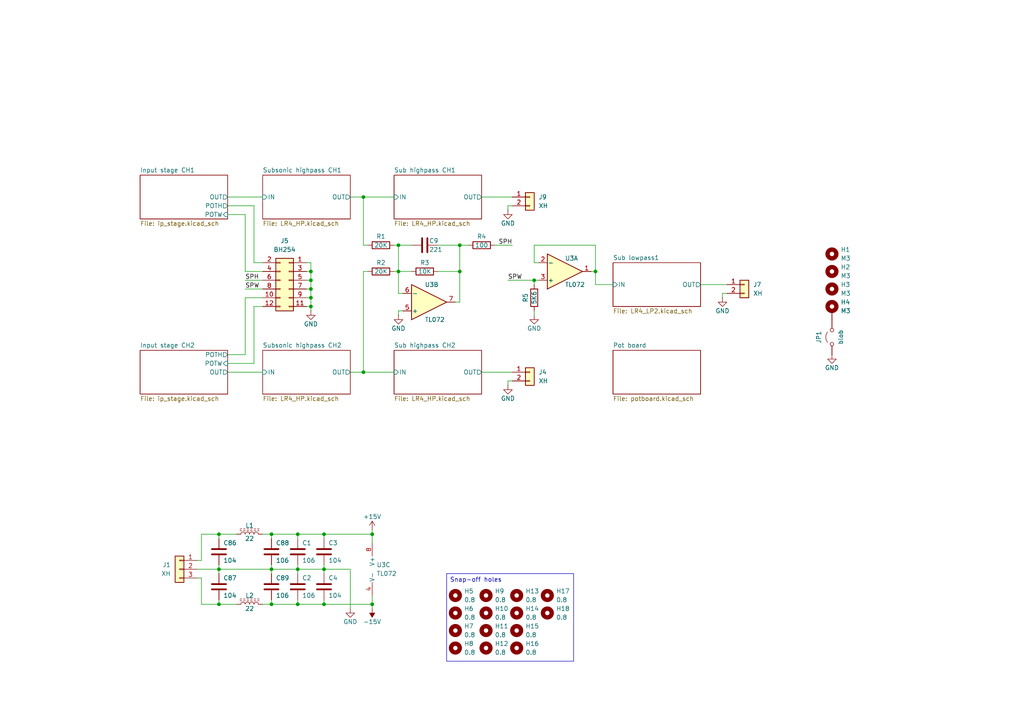
<source format=kicad_sch>
(kicad_sch (version 20231120) (generator "eeschema") (generator_version "8.0")
  (paper "A4")
  (title_block (title "Electronic crossover for 2.1 audio systems") (company "Haos Redro") (comment 1 "Released under CERN OHL 2.0-S") (comment 2 "Copyright Taiyo Rawle 2025") (comment 3 "Haos Redro PN: 0000.011D"))
  (lib_symbols
    (symbol "Amplifier_Operational:TL072" (pin_names (offset 0.127))
      (property "Reference" "U" (at 0 5.08 0))
      (property "Value" "TL072" (at 0 -5.08 0))
      (symbol "TL072_1_1"
        (polyline (pts (xy -5.08 5.08) (xy 5.08 0) (xy -5.08 -5.08) (xy -5.08 5.08)) (stroke (width 0.254)) (fill (type background)))
        (pin output line (at 7.62 0 180) (length 2.54) (name "~") (number "1"))
        (pin input line (at -7.62 -2.54 0) (length 2.54) (name "-") (number "2"))
        (pin input line (at -7.62 2.54 0) (length 2.54) (name "+") (number "3"))
      )
      (symbol "TL072_2_1"
        (polyline (pts (xy -5.08 5.08) (xy 5.08 0) (xy -5.08 -5.08) (xy -5.08 5.08)) (stroke (width 0.254)) (fill (type background)))
        (pin input line (at -7.62 2.54 0) (length 2.54) (name "+") (number "5"))
        (pin input line (at -7.62 -2.54 0) (length 2.54) (name "-") (number "6"))
        (pin output line (at 7.62 0 180) (length 2.54) (name "~") (number "7"))
      )
      (symbol "TL072_3_1"
        (pin power_in line (at -2.54 -7.62 90) (length 3.81) (name "V-") (number "4"))
        (pin power_in line (at -2.54 7.62 270) (length 3.81) (name "V+") (number "8"))
      )
    )
    (symbol "Connector_Generic:Conn_01x02" (pin_names (offset 1.016) hide)
      (property "Reference" "J" (at 0 2.54 0))
      (property "Value" "Conn_01x02" (at 0 -5.08 0))
      (symbol "Conn_01x02_1_1"
        (rectangle (start -1.27 -2.413) (end 0 -2.667) (stroke (width 0.1524)))
        (rectangle (start -1.27 0.127) (end 0 -0.127) (stroke (width 0.1524)))
        (rectangle (start -1.27 1.27) (end 1.27 -3.81) (stroke (width 0.254)) (fill (type background)))
        (pin passive line (at -5.08 0 0) (length 3.81) (name "Pin_1") (number "1"))
        (pin passive line (at -5.08 -2.54 0) (length 3.81) (name "Pin_2") (number "2"))
      )
    )
    (symbol "Connector_Generic:Conn_01x03" (pin_names (offset 1.016) hide)
      (property "Reference" "J" (at 0 5.08 0))
      (property "Value" "Conn_01x03" (at 0 -5.08 0))
      (symbol "Conn_01x03_1_1"
        (rectangle (start -1.27 -2.413) (end 0 -2.667) (stroke (width 0.1524)))
        (rectangle (start -1.27 0.127) (end 0 -0.127) (stroke (width 0.1524)))
        (rectangle (start -1.27 2.667) (end 0 2.413) (stroke (width 0.1524)))
        (rectangle (start -1.27 3.81) (end 1.27 -3.81) (stroke (width 0.254)) (fill (type background)))
        (pin passive line (at -5.08 2.54 0) (length 3.81) (name "Pin_1") (number "1"))
        (pin passive line (at -5.08 0 0) (length 3.81) (name "Pin_2") (number "2"))
        (pin passive line (at -5.08 -2.54 0) (length 3.81) (name "Pin_3") (number "3"))
      )
    )
    (symbol "Connector_Generic:Conn_02x06_Odd_Even" (pin_names (offset 1.016) hide)
      (property "Reference" "J" (at 1.27 7.62 0))
      (property "Value" "Conn_02x06_Odd_Even" (at 1.27 -10.16 0))
      (symbol "Conn_02x06_Odd_Even_1_1"
        (rectangle (start -1.27 -7.493) (end 0 -7.747) (stroke (width 0.1524)))
        (rectangle (start -1.27 -4.953) (end 0 -5.207) (stroke (width 0.1524)))
        (rectangle (start -1.27 -2.413) (end 0 -2.667) (stroke (width 0.1524)))
        (rectangle (start -1.27 0.127) (end 0 -0.127) (stroke (width 0.1524)))
        (rectangle (start -1.27 2.667) (end 0 2.413) (stroke (width 0.1524)))
        (rectangle (start -1.27 5.207) (end 0 4.953) (stroke (width 0.1524)))
        (rectangle (start -1.27 6.35) (end 3.81 -8.89) (stroke (width 0.254)) (fill (type background)))
        (rectangle (start 3.81 -7.493) (end 2.54 -7.747) (stroke (width 0.1524)))
        (rectangle (start 3.81 -4.953) (end 2.54 -5.207) (stroke (width 0.1524)))
        (rectangle (start 3.81 -2.413) (end 2.54 -2.667) (stroke (width 0.1524)))
        (rectangle (start 3.81 0.127) (end 2.54 -0.127) (stroke (width 0.1524)))
        (rectangle (start 3.81 2.667) (end 2.54 2.413) (stroke (width 0.1524)))
        (rectangle (start 3.81 5.207) (end 2.54 4.953) (stroke (width 0.1524)))
        (pin passive line (at -5.08 5.08 0) (length 3.81) (name "Pin_1") (number "1"))
        (pin passive line (at 7.62 -5.08 180) (length 3.81) (name "Pin_10") (number "10"))
        (pin passive line (at -5.08 -7.62 0) (length 3.81) (name "Pin_11") (number "11"))
        (pin passive line (at 7.62 -7.62 180) (length 3.81) (name "Pin_12") (number "12"))
        (pin passive line (at 7.62 5.08 180) (length 3.81) (name "Pin_2") (number "2"))
        (pin passive line (at -5.08 2.54 0) (length 3.81) (name "Pin_3") (number "3"))
        (pin passive line (at 7.62 2.54 180) (length 3.81) (name "Pin_4") (number "4"))
        (pin passive line (at -5.08 0 0) (length 3.81) (name "Pin_5") (number "5"))
        (pin passive line (at 7.62 0 180) (length 3.81) (name "Pin_6") (number "6"))
        (pin passive line (at -5.08 -2.54 0) (length 3.81) (name "Pin_7") (number "7"))
        (pin passive line (at 7.62 -2.54 180) (length 3.81) (name "Pin_8") (number "8"))
        (pin passive line (at -5.08 -5.08 0) (length 3.81) (name "Pin_9") (number "9"))
      )
    )
    (symbol "Device:C" (pin_numbers hide) (pin_names (offset 0.254))
      (property "Reference" "C" (at 0.635 2.54 0))
      (property "Value" "C" (at 0.635 -2.54 0))
      (symbol "C_0_1"
        (polyline (pts (xy -2.032 -0.762) (xy 2.032 -0.762)) (stroke (width 0.508)))
        (polyline (pts (xy -2.032 0.762) (xy 2.032 0.762)) (stroke (width 0.508)))
      )
      (symbol "C_1_1"
        (pin passive line (at 0 3.81 270) (length 2.794) (name "~") (number "1"))
        (pin passive line (at 0 -3.81 90) (length 2.794) (name "~") (number "2"))
      )
    )
    (symbol "Device:L_Ferrite" (pin_numbers hide) (pin_names (offset 1.016) hide)
      (property "Reference" "L" (at -1.27 0 90))
      (property "Value" "L_Ferrite" (at 2.794 0 90))
      (symbol "L_Ferrite_0_1"
        (arc (start 0 -2.54) (mid 0.6323 -1.905) (end 0 -1.27))
        (arc (start 0 -1.27) (mid 0.6323 -0.635) (end 0 0))
        (polyline (pts (xy 1.016 -2.794) (xy 1.016 -2.286)))
        (polyline (pts (xy 1.016 -1.778) (xy 1.016 -1.27)))
        (polyline (pts (xy 1.016 -0.762) (xy 1.016 -0.254)))
        (polyline (pts (xy 1.016 0.254) (xy 1.016 0.762)))
        (polyline (pts (xy 1.016 1.27) (xy 1.016 1.778)))
        (polyline (pts (xy 1.016 2.286) (xy 1.016 2.794)))
        (polyline (pts (xy 1.524 -2.286) (xy 1.524 -2.794)))
        (polyline (pts (xy 1.524 -1.27) (xy 1.524 -1.778)))
        (polyline (pts (xy 1.524 -0.254) (xy 1.524 -0.762)))
        (polyline (pts (xy 1.524 0.762) (xy 1.524 0.254)))
        (polyline (pts (xy 1.524 1.778) (xy 1.524 1.27)))
        (polyline (pts (xy 1.524 2.794) (xy 1.524 2.286)))
        (arc (start 0 0) (mid 0.6323 0.635) (end 0 1.27))
        (arc (start 0 1.27) (mid 0.6323 1.905) (end 0 2.54))
      )
      (symbol "L_Ferrite_1_1"
        (pin passive line (at 0 3.81 270) (length 1.27) (name "1") (number "1"))
        (pin passive line (at 0 -3.81 90) (length 1.27) (name "2") (number "2"))
      )
    )
    (symbol "Device:R" (pin_numbers hide) (pin_names (offset 0))
      (property "Reference" "R" (at 2.032 0 90))
      (property "Value" "R" (at 0 0 90))
      (symbol "R_0_1"
        (rectangle (start -1.016 -2.54) (end 1.016 2.54) (stroke (width 0.254)))
      )
      (symbol "R_1_1"
        (pin passive line (at 0 3.81 270) (length 1.27) (name "~") (number "1"))
        (pin passive line (at 0 -3.81 90) (length 1.27) (name "~") (number "2"))
      )
    )
    (symbol "Jumper:Jumper_2_Open" (pin_numbers hide) (pin_names (offset 0) hide) (exclude_from_sim yes)
      (property "Reference" "JP" (at 0 2.794 0))
      (property "Value" "Jumper_2_Open" (at 0 -2.286 0))
      (symbol "Jumper_2_Open_0_0"
        (circle (center -2.032 0) (radius 0.508))
        (circle (center 2.032 0) (radius 0.508))
      )
      (symbol "Jumper_2_Open_0_1"
        (arc (start 1.524 1.27) (mid 0 1.778) (end -1.524 1.27))
      )
      (symbol "Jumper_2_Open_1_1"
        (pin passive line (at -5.08 0 0) (length 2.54) (name "A") (number "1"))
        (pin passive line (at 5.08 0 180) (length 2.54) (name "B") (number "2"))
      )
    )
    (symbol "Mechanical:MountingHole" (pin_names (offset 1.016)) (exclude_from_sim yes) (in_bom no)
      (property "Reference" "H" (at 0 5.08 0))
      (property "Value" "MountingHole" (at 0 3.175 0))
      (symbol "MountingHole_0_1"
        (circle (center 0 0) (radius 1.27) (stroke (width 1.27)))
      )
    )
    (symbol "Mechanical:MountingHole_Pad" (pin_numbers hide) (pin_names (offset 1.016) hide) (exclude_from_sim yes) (in_bom no)
      (property "Reference" "H" (at 0 6.35 0))
      (property "Value" "MountingHole_Pad" (at 0 4.445 0))
      (symbol "MountingHole_Pad_0_1"
        (circle (center 0 1.27) (radius 1.27) (stroke (width 1.27)))
      )
      (symbol "MountingHole_Pad_1_1"
        (pin input line (at 0 -2.54 90) (length 2.54) (name "1") (number "1"))
      )
    )
    (symbol "power:+15V" (power) (pin_numbers hide) (pin_names (offset 0) hide)
      (property "Value" "+15V" (at 0 3.556 0))
      (symbol "+15V_0_1"
        (polyline (pts (xy -0.762 1.27) (xy 0 2.54)))
        (polyline (pts (xy 0 0) (xy 0 2.54)))
        (polyline (pts (xy 0 2.54) (xy 0.762 1.27)))
      )
      (symbol "+15V_1_1"
        (pin power_in line (at 0 0 90) (length 0) (name "~") (number "1"))
      )
    )
    (symbol "power:-15V" (power) (pin_numbers hide) (pin_names (offset 0) hide)
      (property "Value" "-15V" (at 0 3.556 0))
      (symbol "-15V_0_0"
        (pin power_in line (at 0 0 90) (length 0) (name "~") (number "1"))
      )
      (symbol "-15V_0_1"
        (polyline (pts (xy 0 0) (xy 0 1.27) (xy 0.762 1.27) (xy 0 2.54) (xy -0.762 1.27) (xy 0 1.27)) (fill (type outline)))
      )
    )
    (symbol "power:GND" (power) (pin_numbers hide) (pin_names (offset 0) hide)
      (property "Value" "GND" (at 0 -3.81 0))
      (symbol "GND_0_1"
        (polyline (pts (xy 0 0) (xy 0 -1.27) (xy 1.27 -1.27) (xy 0 -2.54) (xy -1.27 -1.27) (xy 0 -1.27)))
      )
      (symbol "GND_1_1"
        (pin power_in line (at 0 0 270) (length 0) (name "~") (number "1"))
      )
    )
  )
  (junction (at 90.17 83.82))
  (junction (at 105.41 57.15))
  (junction (at 90.17 78.74))
  (junction (at 63.5 165.1))
  (junction (at 78.74 154.94))
  (junction (at 78.74 165.1))
  (junction (at 154.94 81.28))
  (junction (at 133.35 71.12))
  (junction (at 90.17 86.36))
  (junction (at 86.36 175.26))
  (junction (at 63.5 175.26))
  (junction (at 90.17 88.9))
  (junction (at 93.98 165.1))
  (junction (at 93.98 154.94))
  (junction (at 93.98 175.26))
  (junction (at 63.5 154.94))
  (junction (at 78.74 175.26))
  (junction (at 133.35 78.74))
  (junction (at 172.72 78.74))
  (junction (at 86.36 165.1))
  (junction (at 107.95 154.94))
  (junction (at 86.36 154.94))
  (junction (at 105.41 107.95))
  (junction (at 115.57 71.12))
  (junction (at 90.17 81.28))
  (junction (at 107.95 175.26))
  (junction (at 115.57 78.74))
  (wire (pts (xy 78.74 175.26) (xy 86.36 175.26)))
  (wire (pts (xy 106.68 78.74) (xy 105.41 78.74)))
  (wire (pts (xy 156.21 76.2) (xy 154.94 76.2)))
  (wire (pts (xy 105.41 78.74) (xy 105.41 107.95)))
  (wire (pts (xy 115.57 90.17) (xy 115.57 91.44)))
  (wire (pts (xy 147.32 110.49) (xy 147.32 111.76)))
  (wire (pts (xy 172.72 71.12) (xy 172.72 78.74)))
  (wire (pts (xy 88.9 83.82) (xy 90.17 83.82)))
  (wire (pts (xy 88.9 86.36) (xy 90.17 86.36)))
  (wire (pts (xy 133.35 71.12) (xy 135.89 71.12)))
  (wire (pts (xy 107.95 153.67) (xy 107.95 154.94)))
  (wire (pts (xy 139.7 107.95) (xy 148.59 107.95)))
  (wire (pts (xy 57.15 167.64) (xy 58.42 167.64)))
  (wire (pts (xy 101.6 107.95) (xy 105.41 107.95)))
  (wire (pts (xy 71.12 102.87) (xy 71.12 86.36)))
  (wire (pts (xy 133.35 78.74) (xy 133.35 71.12)))
  (wire (pts (xy 101.6 57.15) (xy 105.41 57.15)))
  (wire (pts (xy 78.74 154.94) (xy 86.36 154.94)))
  (wire (pts (xy 209.55 85.09) (xy 209.55 86.36)))
  (wire (pts (xy 57.15 162.56) (xy 58.42 162.56)))
  (wire (pts (xy 86.36 175.26) (xy 86.36 173.99)))
  (wire (pts (xy 106.68 71.12) (xy 105.41 71.12)))
  (wire (pts (xy 93.98 173.99) (xy 93.98 175.26)))
  (wire (pts (xy 115.57 78.74) (xy 119.38 78.74)))
  (wire (pts (xy 63.5 165.1) (xy 63.5 166.37)))
  (wire (pts (xy 116.84 90.17) (xy 115.57 90.17)))
  (wire (pts (xy 154.94 76.2) (xy 154.94 71.12)))
  (wire (pts (xy 78.74 154.94) (xy 78.74 156.21)))
  (wire (pts (xy 71.12 81.28) (xy 76.2 81.28)))
  (wire (pts (xy 66.04 105.41) (xy 73.66 105.41)))
  (wire (pts (xy 63.5 154.94) (xy 63.5 156.21)))
  (wire (pts (xy 93.98 165.1) (xy 101.6 165.1)))
  (wire (pts (xy 133.35 71.12) (xy 127 71.12)))
  (wire (pts (xy 177.8 82.55) (xy 172.72 82.55)))
  (wire (pts (xy 154.94 90.17) (xy 154.94 91.44)))
  (wire (pts (xy 66.04 102.87) (xy 71.12 102.87)))
  (wire (pts (xy 114.3 71.12) (xy 115.57 71.12)))
  (wire (pts (xy 78.74 173.99) (xy 78.74 175.26)))
  (wire (pts (xy 115.57 85.09) (xy 116.84 85.09)))
  (wire (pts (xy 90.17 88.9) (xy 90.17 90.17)))
  (wire (pts (xy 172.72 82.55) (xy 172.72 78.74)))
  (wire (pts (xy 63.5 173.99) (xy 63.5 175.26)))
  (wire (pts (xy 93.98 154.94) (xy 93.98 156.21)))
  (wire (pts (xy 71.12 83.82) (xy 76.2 83.82)))
  (wire (pts (xy 133.35 87.63) (xy 133.35 78.74)))
  (wire (pts (xy 58.42 154.94) (xy 63.5 154.94)))
  (wire (pts (xy 78.74 165.1) (xy 78.74 166.37)))
  (wire (pts (xy 66.04 57.15) (xy 76.2 57.15)))
  (wire (pts (xy 88.9 76.2) (xy 90.17 76.2)))
  (wire (pts (xy 148.59 71.12) (xy 143.51 71.12)))
  (wire (pts (xy 73.66 76.2) (xy 76.2 76.2)))
  (wire (pts (xy 66.04 107.95) (xy 76.2 107.95)))
  (wire (pts (xy 78.74 163.83) (xy 78.74 165.1)))
  (wire (pts (xy 88.9 78.74) (xy 90.17 78.74)))
  (wire (pts (xy 210.82 85.09) (xy 209.55 85.09)))
  (wire (pts (xy 115.57 78.74) (xy 115.57 85.09)))
  (wire (pts (xy 107.95 175.26) (xy 107.95 176.53)))
  (wire (pts (xy 172.72 78.74) (xy 171.45 78.74)))
  (wire (pts (xy 78.74 165.1) (xy 86.36 165.1)))
  (wire (pts (xy 132.08 87.63) (xy 133.35 87.63)))
  (wire (pts (xy 90.17 83.82) (xy 90.17 81.28)))
  (wire (pts (xy 86.36 165.1) (xy 86.36 166.37)))
  (wire (pts (xy 90.17 88.9) (xy 90.17 86.36)))
  (wire (pts (xy 86.36 175.26) (xy 93.98 175.26)))
  (wire (pts (xy 105.41 107.95) (xy 114.3 107.95)))
  (wire (pts (xy 58.42 175.26) (xy 63.5 175.26)))
  (wire (pts (xy 139.7 57.15) (xy 148.59 57.15)))
  (wire (pts (xy 76.2 154.94) (xy 78.74 154.94)))
  (wire (pts (xy 73.66 88.9) (xy 76.2 88.9)))
  (wire (pts (xy 73.66 105.41) (xy 73.66 88.9)))
  (wire (pts (xy 147.32 81.28) (xy 154.94 81.28)))
  (wire (pts (xy 58.42 162.56) (xy 58.42 154.94)))
  (wire (pts (xy 66.04 59.69) (xy 73.66 59.69)))
  (wire (pts (xy 115.57 71.12) (xy 119.38 71.12)))
  (wire (pts (xy 154.94 81.28) (xy 154.94 82.55)))
  (wire (pts (xy 107.95 175.26) (xy 107.95 172.72)))
  (wire (pts (xy 86.36 154.94) (xy 86.36 156.21)))
  (wire (pts (xy 93.98 165.1) (xy 93.98 166.37)))
  (wire (pts (xy 154.94 71.12) (xy 172.72 71.12)))
  (wire (pts (xy 66.04 62.23) (xy 71.12 62.23)))
  (wire (pts (xy 127 78.74) (xy 133.35 78.74)))
  (wire (pts (xy 73.66 59.69) (xy 73.66 76.2)))
  (wire (pts (xy 101.6 165.1) (xy 101.6 176.53)))
  (wire (pts (xy 76.2 175.26) (xy 78.74 175.26)))
  (wire (pts (xy 114.3 78.74) (xy 115.57 78.74)))
  (wire (pts (xy 147.32 59.69) (xy 148.59 59.69)))
  (wire (pts (xy 58.42 167.64) (xy 58.42 175.26)))
  (wire (pts (xy 93.98 175.26) (xy 107.95 175.26)))
  (wire (pts (xy 63.5 154.94) (xy 68.58 154.94)))
  (wire (pts (xy 90.17 78.74) (xy 90.17 76.2)))
  (wire (pts (xy 90.17 86.36) (xy 90.17 83.82)))
  (wire (pts (xy 148.59 110.49) (xy 147.32 110.49)))
  (wire (pts (xy 63.5 165.1) (xy 78.74 165.1)))
  (wire (pts (xy 93.98 163.83) (xy 93.98 165.1)))
  (wire (pts (xy 57.15 165.1) (xy 63.5 165.1)))
  (wire (pts (xy 63.5 163.83) (xy 63.5 165.1)))
  (wire (pts (xy 105.41 57.15) (xy 114.3 57.15)))
  (wire (pts (xy 63.5 175.26) (xy 68.58 175.26)))
  (wire (pts (xy 203.2 82.55) (xy 210.82 82.55)))
  (wire (pts (xy 90.17 81.28) (xy 90.17 78.74)))
  (wire (pts (xy 88.9 88.9) (xy 90.17 88.9)))
  (wire (pts (xy 86.36 154.94) (xy 93.98 154.94)))
  (wire (pts (xy 71.12 78.74) (xy 76.2 78.74)))
  (wire (pts (xy 93.98 154.94) (xy 107.95 154.94)))
  (wire (pts (xy 154.94 81.28) (xy 156.21 81.28)))
  (wire (pts (xy 88.9 81.28) (xy 90.17 81.28)))
  (wire (pts (xy 147.32 60.96) (xy 147.32 59.69)))
  (wire (pts (xy 115.57 71.12) (xy 115.57 78.74)))
  (wire (pts (xy 86.36 165.1) (xy 86.36 163.83)))
  (wire (pts (xy 86.36 165.1) (xy 93.98 165.1)))
  (wire (pts (xy 71.12 62.23) (xy 71.12 78.74)))
  (wire (pts (xy 105.41 57.15) (xy 105.41 71.12)))
  (wire (pts (xy 71.12 86.36) (xy 76.2 86.36)))
  (wire (pts (xy 107.95 154.94) (xy 107.95 157.48)))
  (text_box "Snap-off holes" (at 129.54 166.37 0) (size 36.83 25.4) (effects (font (size 1.27 1.27)) (justify left top)))
  (label "SPH" (at 148.59 71.12 180))
  (label "SPH" (at 71.12 81.28 0))
  (label "SPW" (at 71.12 83.82 0))
  (label "SPW" (at 147.32 81.28 0))
  (symbol (lib_id "Mechanical:MountingHole") (at 132.08 177.8 0) (unit 1) (exclude_from_sim yes) (in_bom no)
    (property "Reference" "H6" (at 134.62 176.5299 0) (effects (justify left)))
    (property "Value" "0.8" (at 134.62 179.0699 0) (effects (justify left)))
    (property "Footprint" "HR_Parts:HOLE_0.8" (effects (hide yes)))
    (property "Description" "Mounting Hole without connection" (effects (hide yes)))
  )
  (symbol (lib_id "Mechanical:MountingHole") (at 158.75 177.8 0) (unit 1) (exclude_from_sim yes) (in_bom no)
    (property "Reference" "H18" (at 161.29 176.5299 0) (effects (justify left)))
    (property "Value" "0.8" (at 161.29 179.0699 0) (effects (justify left)))
    (property "Footprint" "HR_Parts:HOLE_0.8" (effects (hide yes)))
    (property "Description" "Mounting Hole without connection" (effects (hide yes)))
  )
  (symbol (lib_id "Mechanical:MountingHole") (at 149.86 182.88 0) (unit 1) (exclude_from_sim yes) (in_bom no)
    (property "Reference" "H15" (at 152.4 181.6099 0) (effects (justify left)))
    (property "Value" "0.8" (at 152.4 184.1499 0) (effects (justify left)))
    (property "Footprint" "HR_Parts:HOLE_0.8" (effects (hide yes)))
    (property "Description" "Mounting Hole without connection" (effects (hide yes)))
  )
  (symbol (lib_id "Device:L_Ferrite") (at 72.39 154.94 90) (unit 1)
    (property "Reference" "L1" (at 72.39 152.4 90))
    (property "Value" "22" (at 72.39 156.21 90))
    (property "Footprint" "Inductor_SMD:L_1210_3225Metric" (effects (hide yes)))
    (property "Description" "Inductor with ferrite core" (effects (hide yes)))
  )
  (symbol (lib_id "Jumper:Jumper_2_Open") (at 241.3 97.79 90) (unit 1) (exclude_from_sim yes)
    (property "Reference" "JP1" (at 237.49 97.79 0))
    (property "Value" "blob" (at 243.84 97.79 0))
    (property "Footprint" "Jumper:SolderJumper-2_P1.3mm_Open_RoundedPad1.0x1.5mm" (effects (hide yes)))
    (property "Description" "Jumper, 2-pole, open" (effects (hide yes)))
  )
  (symbol (lib_id "Mechanical:MountingHole") (at 149.86 172.72 0) (unit 1) (exclude_from_sim yes) (in_bom no)
    (property "Reference" "H13" (at 152.4 171.4499 0) (effects (justify left)))
    (property "Value" "0.8" (at 152.4 173.9899 0) (effects (justify left)))
    (property "Footprint" "HR_Parts:HOLE_0.8" (effects (hide yes)))
    (property "Description" "Mounting Hole without connection" (effects (hide yes)))
  )
  (symbol (lib_id "Device:C") (at 123.19 71.12 90) (unit 1)
    (property "Reference" "C9" (at 124.46 69.85 90) (effects (justify right)))
    (property "Value" "221" (at 124.46 72.39 90) (effects (justify right)))
    (property "Footprint" "Capacitor_SMD:C_0805_2012Metric" (effects (hide yes)))
    (property "Description" "Unpolarized capacitor" (effects (hide yes)))
  )
  (symbol (lib_id "Mechanical:MountingHole") (at 149.86 187.96 0) (unit 1) (exclude_from_sim yes) (in_bom no)
    (property "Reference" "H16" (at 152.4 186.6899 0) (effects (justify left)))
    (property "Value" "0.8" (at 152.4 189.2299 0) (effects (justify left)))
    (property "Footprint" "HR_Parts:HOLE_0.8" (effects (hide yes)))
    (property "Description" "Mounting Hole without connection" (effects (hide yes)))
  )
  (symbol (lib_id "Connector_Generic:Conn_01x03") (at 52.07 165.1 0) (mirror y) (unit 1)
    (property "Reference" "J1" (at 49.53 163.8299 0) (effects (justify left)))
    (property "Value" "XH" (at 49.53 166.3699 0) (effects (justify left)))
    (property "Footprint" "Connector_JST:JST_XH_B3B-XH-AM_1x03_P2.50mm_Vertical" (effects (hide yes)))
    (property "Description" "Generic connector, single row, 01x03, script generated (kicad-library-utils/schlib/autogen/connector/)" (effects (hide yes)))
  )
  (symbol (lib_id "Device:C") (at 78.74 160.02 0) (unit 1)
    (property "Reference" "C88" (at 80.01 157.48 0) (effects (justify left)))
    (property "Value" "106" (at 80.01 162.56 0) (effects (justify left)))
    (property "Footprint" "Capacitor_SMD:C_1210_3225Metric" (effects (hide yes)))
    (property "Description" "Unpolarized capacitor" (effects (hide yes)))
  )
  (symbol (lib_id "Device:L_Ferrite") (at 72.39 175.26 90) (unit 1)
    (property "Reference" "L2" (at 72.39 172.72 90))
    (property "Value" "22" (at 72.39 176.53 90))
    (property "Footprint" "Inductor_SMD:L_1210_3225Metric" (effects (hide yes)))
    (property "Description" "Inductor with ferrite core" (effects (hide yes)))
  )
  (symbol (lib_id "Mechanical:MountingHole") (at 241.3 83.82 0) (unit 1) (exclude_from_sim yes) (in_bom no)
    (property "Reference" "H3" (at 243.84 82.5499 0) (effects (justify left)))
    (property "Value" "M3" (at 243.84 85.0899 0) (effects (justify left)))
    (property "Footprint" "MountingHole:MountingHole_3.2mm_M3" (effects (hide yes)))
    (property "Description" "Mounting Hole without connection" (effects (hide yes)))
  )
  (symbol (lib_id "Device:C") (at 86.36 170.18 0) (unit 1)
    (property "Reference" "C2" (at 87.63 167.64 0) (effects (justify left)))
    (property "Value" "106" (at 87.63 172.72 0) (effects (justify left)))
    (property "Footprint" "Capacitor_SMD:C_1210_3225Metric" (effects (hide yes)))
    (property "Description" "Unpolarized capacitor" (effects (hide yes)))
  )
  (symbol (lib_id "power:GND") (at 209.55 86.36 0) (unit 1)
    (property "Reference" "#PWR013" (effects (hide yes)))
    (property "Value" "GND" (at 209.55 90.17 0))
    (property "Description" "Power symbol creates a global label with name \"GND\" , ground" (effects (hide yes)))
  )
  (symbol (lib_id "power:GND") (at 115.57 91.44 0) (unit 1)
    (property "Reference" "#PWR01" (effects (hide yes)))
    (property "Value" "GND" (at 115.57 95.25 0))
    (property "Description" "Power symbol creates a global label with name \"GND\" , ground" (effects (hide yes)))
  )
  (symbol (lib_id "Device:C") (at 93.98 170.18 0) (unit 1)
    (property "Reference" "C4" (at 95.25 167.64 0) (effects (justify left)))
    (property "Value" "104" (at 95.25 172.72 0) (effects (justify left)))
    (property "Footprint" "Capacitor_SMD:C_0805_2012Metric" (effects (hide yes)))
    (property "Description" "Unpolarized capacitor" (effects (hide yes)))
  )
  (symbol (lib_id "Device:C") (at 78.74 170.18 0) (unit 1)
    (property "Reference" "C89" (at 80.01 167.64 0) (effects (justify left)))
    (property "Value" "106" (at 80.01 172.72 0) (effects (justify left)))
    (property "Footprint" "Capacitor_SMD:C_1210_3225Metric" (effects (hide yes)))
    (property "Description" "Unpolarized capacitor" (effects (hide yes)))
  )
  (symbol (lib_id "Device:C") (at 93.98 160.02 0) (unit 1)
    (property "Reference" "C3" (at 95.25 157.48 0) (effects (justify left)))
    (property "Value" "104" (at 95.25 162.56 0) (effects (justify left)))
    (property "Footprint" "Capacitor_SMD:C_0805_2012Metric" (effects (hide yes)))
    (property "Description" "Unpolarized capacitor" (effects (hide yes)))
  )
  (symbol (lib_id "Mechanical:MountingHole") (at 149.86 177.8 0) (unit 1) (exclude_from_sim yes) (in_bom no)
    (property "Reference" "H14" (at 152.4 176.5299 0) (effects (justify left)))
    (property "Value" "0.8" (at 152.4 179.0699 0) (effects (justify left)))
    (property "Footprint" "HR_Parts:HOLE_0.8" (effects (hide yes)))
    (property "Description" "Mounting Hole without connection" (effects (hide yes)))
  )
  (symbol (lib_id "power:+15V") (at 107.95 153.67 0) (unit 1)
    (property "Reference" "#PWR03" (effects (hide yes)))
    (property "Value" "+15V" (at 107.95 149.86 0))
    (property "Description" "Power symbol creates a global label with name \"+15V\"" (effects (hide yes)))
  )
  (symbol (lib_id "Mechanical:MountingHole") (at 132.08 182.88 0) (unit 1) (exclude_from_sim yes) (in_bom no)
    (property "Reference" "H7" (at 134.62 181.6099 0) (effects (justify left)))
    (property "Value" "0.8" (at 134.62 184.1499 0) (effects (justify left)))
    (property "Footprint" "HR_Parts:HOLE_0.8" (effects (hide yes)))
    (property "Description" "Mounting Hole without connection" (effects (hide yes)))
  )
  (symbol (lib_id "Device:R") (at 123.19 78.74 90) (unit 1)
    (property "Reference" "R3" (at 123.19 76.2 90))
    (property "Value" "10K" (at 123.19 78.74 90))
    (property "Footprint" "Resistor_SMD:R_0805_2012Metric" (effects (hide yes)))
    (property "Description" "Resistor" (effects (hide yes)))
  )
  (symbol (lib_id "Connector_Generic:Conn_01x02") (at 153.67 57.15 0) (unit 1)
    (property "Reference" "J9" (at 156.21 57.1499 0) (effects (justify left)))
    (property "Value" "XH" (at 156.21 59.6899 0) (effects (justify left)))
    (property "Footprint" "Connector_JST:JST_XH_B2B-XH-AM_1x02_P2.50mm_Vertical" (effects (hide yes)))
    (property "Description" "Generic connector, single row, 01x02, script generated (kicad-library-utils/schlib/autogen/connector/)" (effects (hide yes)))
  )
  (symbol (lib_id "Amplifier_Operational:TL072") (at 110.49 165.1 0) (unit 3)
    (property "Reference" "U3" (at 109.22 163.8299 0) (effects (justify left)))
    (property "Value" "TL072" (at 109.22 166.3699 0) (effects (justify left)))
    (property "Footprint" "Package_SO:SOIC-8_3.9x4.9mm_P1.27mm" (effects (hide yes)))
    (property "Datasheet" "http://www.ti.com/lit/ds/symlink/tl071.pdf" (effects (hide yes)))
    (property "Description" "Dual Low-Noise JFET-Input Operational Amplifiers, DIP-8/SOIC-8" (effects (hide yes)))
  )
  (symbol (lib_id "Mechanical:MountingHole") (at 241.3 73.66 0) (unit 1) (exclude_from_sim yes) (in_bom no)
    (property "Reference" "H1" (at 243.84 72.3899 0) (effects (justify left)))
    (property "Value" "M3" (at 243.84 74.9299 0) (effects (justify left)))
    (property "Footprint" "MountingHole:MountingHole_3.2mm_M3" (effects (hide yes)))
    (property "Description" "Mounting Hole without connection" (effects (hide yes)))
  )
  (symbol (lib_id "Amplifier_Operational:TL072") (at 163.83 78.74 0) (mirror x) (unit 1)
    (property "Reference" "U3" (at 163.83 74.93 0) (effects (justify left)))
    (property "Value" "TL072" (at 163.83 82.55 0) (effects (justify left)))
    (property "Footprint" "Package_SO:SOIC-8_3.9x4.9mm_P1.27mm" (effects (hide yes)))
    (property "Datasheet" "http://www.ti.com/lit/ds/symlink/tl071.pdf" (effects (hide yes)))
    (property "Description" "Dual Low-Noise JFET-Input Operational Amplifiers, DIP-8/SOIC-8" (effects (hide yes)))
  )
  (symbol (lib_id "Device:C") (at 63.5 170.18 0) (unit 1)
    (property "Reference" "C87" (at 64.77 167.64 0) (effects (justify left)))
    (property "Value" "104" (at 64.77 172.72 0) (effects (justify left)))
    (property "Footprint" "Capacitor_SMD:C_0805_2012Metric" (effects (hide yes)))
    (property "Description" "Unpolarized capacitor" (effects (hide yes)))
  )
  (symbol (lib_id "power:GND") (at 101.6 176.53 0) (unit 1)
    (property "Reference" "#PWR02" (effects (hide yes)))
    (property "Value" "GND" (at 101.6 180.34 0))
    (property "Description" "Power symbol creates a global label with name \"GND\" , ground" (effects (hide yes)))
  )
  (symbol (lib_id "Mechanical:MountingHole") (at 158.75 172.72 0) (unit 1) (exclude_from_sim yes) (in_bom no)
    (property "Reference" "H17" (at 161.29 171.4499 0) (effects (justify left)))
    (property "Value" "0.8" (at 161.29 173.9899 0) (effects (justify left)))
    (property "Footprint" "HR_Parts:HOLE_0.8" (effects (hide yes)))
    (property "Description" "Mounting Hole without connection" (effects (hide yes)))
  )
  (symbol (lib_id "Device:R") (at 110.49 71.12 90) (unit 1)
    (property "Reference" "R1" (at 110.49 68.58 90))
    (property "Value" "20K" (at 110.49 71.12 90))
    (property "Footprint" "Resistor_SMD:R_0805_2012Metric" (effects (hide yes)))
    (property "Description" "Resistor" (effects (hide yes)))
  )
  (symbol (lib_id "power:GND") (at 241.3 102.87 0) (unit 1)
    (property "Reference" "#PWR016" (effects (hide yes)))
    (property "Value" "GND" (at 241.3 106.68 0))
    (property "Description" "Power symbol creates a global label with name \"GND\" , ground" (effects (hide yes)))
  )
  (symbol (lib_id "Device:R") (at 139.7 71.12 90) (unit 1)
    (property "Reference" "R4" (at 139.7 68.58 90))
    (property "Value" "100" (at 139.7 71.12 90))
    (property "Footprint" "Resistor_SMD:R_0805_2012Metric" (effects (hide yes)))
    (property "Description" "Resistor" (effects (hide yes)))
  )
  (symbol (lib_id "power:GND") (at 90.17 90.17 0) (unit 1)
    (property "Reference" "#PWR10" (effects (hide yes)))
    (property "Value" "GND" (at 90.17 93.98 0))
    (property "Description" "Power symbol creates a global label with name \"GND\" , ground" (effects (hide yes)))
  )
  (symbol (lib_id "Mechanical:MountingHole") (at 132.08 187.96 0) (unit 1) (exclude_from_sim yes) (in_bom no)
    (property "Reference" "H8" (at 134.62 186.6899 0) (effects (justify left)))
    (property "Value" "0.8" (at 134.62 189.2299 0) (effects (justify left)))
    (property "Footprint" "HR_Parts:HOLE_0.8" (effects (hide yes)))
    (property "Description" "Mounting Hole without connection" (effects (hide yes)))
  )
  (symbol (lib_id "power:-15V") (at 107.95 176.53 0) (mirror x) (unit 1)
    (property "Reference" "#PWR04" (effects (hide yes)))
    (property "Value" "-15V" (at 107.95 180.34 0))
    (property "Description" "Power symbol creates a global label with name \"-15V\"" (effects (hide yes)))
  )
  (symbol (lib_id "Mechanical:MountingHole_Pad") (at 241.3 90.17 0) (unit 1) (exclude_from_sim yes) (in_bom no)
    (property "Reference" "H4" (at 243.84 87.6299 0) (effects (justify left)))
    (property "Value" "M3" (at 243.84 90.1699 0) (effects (justify left)))
    (property "Footprint" "MountingHole:MountingHole_3.2mm_M3_Pad" (effects (hide yes)))
    (property "Description" "Mounting Hole with connection" (effects (hide yes)))
  )
  (symbol (lib_id "power:GND") (at 147.32 111.76 0) (unit 1)
    (property "Reference" "#PWR08" (effects (hide yes)))
    (property "Value" "GND" (at 147.32 115.57 0))
    (property "Description" "Power symbol creates a global label with name \"GND\" , ground" (effects (hide yes)))
  )
  (symbol (lib_id "Mechanical:MountingHole") (at 140.97 172.72 0) (unit 1) (exclude_from_sim yes) (in_bom no)
    (property "Reference" "H9" (at 143.51 171.4499 0) (effects (justify left)))
    (property "Value" "0.8" (at 143.51 173.9899 0) (effects (justify left)))
    (property "Footprint" "HR_Parts:HOLE_0.8" (effects (hide yes)))
    (property "Description" "Mounting Hole without connection" (effects (hide yes)))
  )
  (symbol (lib_id "power:GND") (at 147.32 60.96 0) (unit 1)
    (property "Reference" "#PWR015" (effects (hide yes)))
    (property "Value" "GND" (at 147.32 64.77 0))
    (property "Description" "Power symbol creates a global label with name \"GND\" , ground" (effects (hide yes)))
  )
  (symbol (lib_id "Mechanical:MountingHole") (at 140.97 182.88 0) (unit 1) (exclude_from_sim yes) (in_bom no)
    (property "Reference" "H11" (at 143.51 181.6099 0) (effects (justify left)))
    (property "Value" "0.8" (at 143.51 184.1499 0) (effects (justify left)))
    (property "Footprint" "HR_Parts:HOLE_0.8" (effects (hide yes)))
    (property "Description" "Mounting Hole without connection" (effects (hide yes)))
  )
  (symbol (lib_id "Connector_Generic:Conn_01x02") (at 215.9 82.55 0) (unit 1)
    (property "Reference" "J7" (at 218.44 82.5499 0) (effects (justify left)))
    (property "Value" "XH" (at 218.44 85.0899 0) (effects (justify left)))
    (property "Footprint" "Connector_JST:JST_XH_B2B-XH-AM_1x02_P2.50mm_Vertical" (effects (hide yes)))
    (property "Description" "Generic connector, single row, 01x02, script generated (kicad-library-utils/schlib/autogen/connector/)" (effects (hide yes)))
  )
  (symbol (lib_id "Mechanical:MountingHole") (at 140.97 177.8 0) (unit 1) (exclude_from_sim yes) (in_bom no)
    (property "Reference" "H10" (at 143.51 176.5299 0) (effects (justify left)))
    (property "Value" "0.8" (at 143.51 179.0699 0) (effects (justify left)))
    (property "Footprint" "HR_Parts:HOLE_0.8" (effects (hide yes)))
    (property "Description" "Mounting Hole without connection" (effects (hide yes)))
  )
  (symbol (lib_id "Connector_Generic:Conn_01x02") (at 153.67 107.95 0) (unit 1)
    (property "Reference" "J4" (at 156.21 107.9499 0) (effects (justify left)))
    (property "Value" "XH" (at 156.21 110.4899 0) (effects (justify left)))
    (property "Footprint" "Connector_JST:JST_XH_B2B-XH-AM_1x02_P2.50mm_Vertical" (effects (hide yes)))
    (property "Description" "Generic connector, single row, 01x02, script generated (kicad-library-utils/schlib/autogen/connector/)" (effects (hide yes)))
  )
  (symbol (lib_id "power:GND") (at 154.94 91.44 0) (unit 1)
    (property "Reference" "#PWR06" (effects (hide yes)))
    (property "Value" "GND" (at 154.94 95.25 0))
    (property "Description" "Power symbol creates a global label with name \"GND\" , ground" (effects (hide yes)))
  )
  (symbol (lib_id "Mechanical:MountingHole") (at 140.97 187.96 0) (unit 1) (exclude_from_sim yes) (in_bom no)
    (property "Reference" "H12" (at 143.51 186.6899 0) (effects (justify left)))
    (property "Value" "0.8" (at 143.51 189.2299 0) (effects (justify left)))
    (property "Footprint" "HR_Parts:HOLE_0.8" (effects (hide yes)))
    (property "Description" "Mounting Hole without connection" (effects (hide yes)))
  )
  (symbol (lib_id "Connector_Generic:Conn_02x06_Odd_Even") (at 83.82 81.28 0) (mirror y) (unit 1)
    (property "Reference" "J5" (at 82.55 69.85 0))
    (property "Value" "BH254" (at 82.55 72.39 0))
    (property "Footprint" "Connector_IDC:IDC-Header_2x06_P2.54mm_Vertical" (effects (hide yes)))
    (property "Description" "Generic connector, double row, 02x06, odd/even pin numbering scheme (row 1 odd numbers, row 2 even numbers), script generated (kicad-library-utils/schlib/autogen/connector/)" (effects (hide yes)))
  )
  (symbol (lib_id "Device:R") (at 110.49 78.74 90) (unit 1)
    (property "Reference" "R2" (at 110.49 76.2 90))
    (property "Value" "20K" (at 110.49 78.74 90))
    (property "Footprint" "Resistor_SMD:R_0805_2012Metric" (effects (hide yes)))
    (property "Description" "Resistor" (effects (hide yes)))
  )
  (symbol (lib_id "Mechanical:MountingHole") (at 241.3 78.74 0) (unit 1) (exclude_from_sim yes) (in_bom no)
    (property "Reference" "H2" (at 243.84 77.4699 0) (effects (justify left)))
    (property "Value" "M3" (at 243.84 80.0099 0) (effects (justify left)))
    (property "Footprint" "MountingHole:MountingHole_3.2mm_M3" (effects (hide yes)))
    (property "Description" "Mounting Hole without connection" (effects (hide yes)))
  )
  (symbol (lib_id "Mechanical:MountingHole") (at 132.08 172.72 0) (unit 1) (exclude_from_sim yes) (in_bom no)
    (property "Reference" "H5" (at 134.62 171.4499 0) (effects (justify left)))
    (property "Value" "0.8" (at 134.62 173.9899 0) (effects (justify left)))
    (property "Footprint" "HR_Parts:HOLE_0.8" (effects (hide yes)))
    (property "Description" "Mounting Hole without connection" (effects (hide yes)))
  )
  (symbol (lib_id "Device:C") (at 86.36 160.02 0) (unit 1)
    (property "Reference" "C1" (at 87.63 157.48 0) (effects (justify left)))
    (property "Value" "106" (at 87.63 162.56 0) (effects (justify left)))
    (property "Footprint" "Capacitor_SMD:C_1210_3225Metric" (effects (hide yes)))
    (property "Description" "Unpolarized capacitor" (effects (hide yes)))
  )
  (symbol (lib_id "Device:R") (at 154.94 86.36 180) (unit 1)
    (property "Reference" "R5" (at 152.4 86.36 90))
    (property "Value" "5K6" (at 154.94 86.36 90))
    (property "Footprint" "Resistor_SMD:R_0805_2012Metric" (effects (hide yes)))
    (property "Description" "Resistor" (effects (hide yes)))
  )
  (symbol (lib_id "Amplifier_Operational:TL072") (at 124.46 87.63 0) (mirror x) (unit 2)
    (property "Reference" "U3" (at 123.19 82.55 0) (effects (justify left)))
    (property "Value" "TL072" (at 123.19 92.71 0) (effects (justify left)))
    (property "Footprint" "Package_SO:SOIC-8_3.9x4.9mm_P1.27mm" (effects (hide yes)))
    (property "Datasheet" "http://www.ti.com/lit/ds/symlink/tl071.pdf" (effects (hide yes)))
    (property "Description" "Dual Low-Noise JFET-Input Operational Amplifiers, DIP-8/SOIC-8" (effects (hide yes)))
  )
  (symbol (lib_id "Device:C") (at 63.5 160.02 0) (unit 1)
    (property "Reference" "C86" (at 64.77 157.48 0) (effects (justify left)))
    (property "Value" "104" (at 64.77 162.56 0) (effects (justify left)))
    (property "Footprint" "Capacitor_SMD:C_0805_2012Metric" (effects (hide yes)))
    (property "Description" "Unpolarized capacitor" (effects (hide yes)))
  )
  (sheet (at 177.8 101.6) (size 25.4 12.7) (stroke (width 0.1524))
    (property "Sheetname" "Pot board" (at 177.8 100.8884 0) (effects (justify left bottom)))
    (property "Sheetfile" "potboard.kicad_sch" (at 177.8 114.8846 0) (effects (justify left top)))
  )
  (sheet (at 114.3 50.8) (size 25.4 12.7) (stroke (width 0.1524))
    (property "Sheetname" "Sub highpass CH1" (at 114.3 50.0884 0) (effects (justify left bottom)))
    (property "Sheetfile" "LR4_HP.kicad_sch" (at 114.3 64.0846 0) (effects (justify left top)))
    (pin "IN" input (at 114.3 57.15 180))
    (pin "OUT" output (at 139.7 57.15 0))
  )
  (sheet (at 76.2 101.6) (size 25.4 12.7) (stroke (width 0.1524))
    (property "Sheetname" "Subsonic highpass CH2" (at 76.2 100.8884 0) (effects (justify left bottom)))
    (property "Sheetfile" "LR4_HP.kicad_sch" (at 76.2 114.8846 0) (effects (justify left top)))
    (pin "IN" input (at 76.2 107.95 180))
    (pin "OUT" output (at 101.6 107.95 0))
  )
  (sheet (at 40.64 50.8) (size 25.4 12.7) (stroke (width 0.1524))
    (property "Sheetname" "Input stage CH1" (at 40.64 50.0884 0) (effects (justify left bottom)))
    (property "Sheetfile" "ip_stage.kicad_sch" (at 40.64 64.0846 0) (effects (justify left top)))
    (pin "OUT" output (at 66.04 57.15 0))
    (pin "POTH" output (at 66.04 59.69 0))
    (pin "POTW" input (at 66.04 62.23 0))
  )
  (sheet (at 177.8 76.2) (size 25.4 12.7) (stroke (width 0.1524))
    (property "Sheetname" "Sub lowpass1" (at 177.8 75.4884 0) (effects (justify left bottom)))
    (property "Sheetfile" "LR4_LP2.kicad_sch" (at 177.8 89.4846 0) (effects (justify left top)))
    (pin "OUT" output (at 203.2 82.55 0))
    (pin "IN" input (at 177.8 82.55 180))
  )
  (sheet (at 76.2 50.8) (size 25.4 12.7) (stroke (width 0.1524))
    (property "Sheetname" "Subsonic highpass CH1" (at 76.2 50.0884 0) (effects (justify left bottom)))
    (property "Sheetfile" "LR4_HP.kicad_sch" (at 76.2 64.0846 0) (effects (justify left top)))
    (pin "IN" input (at 76.2 57.15 180))
    (pin "OUT" output (at 101.6 57.15 0))
  )
  (sheet (at 114.3 101.6) (size 25.4 12.7) (stroke (width 0.1524))
    (property "Sheetname" "Sub highpass CH2" (at 114.3 100.8884 0) (effects (justify left bottom)))
    (property "Sheetfile" "LR4_HP.kicad_sch" (at 114.3 114.8846 0) (effects (justify left top)))
    (pin "IN" input (at 114.3 107.95 180))
    (pin "OUT" output (at 139.7 107.95 0))
  )
  (sheet (at 40.64 101.6) (size 25.4 12.7) (stroke (width 0.1524))
    (property "Sheetname" "Input stage CH2" (at 40.64 100.8884 0) (effects (justify left bottom)))
    (property "Sheetfile" "ip_stage.kicad_sch" (at 40.64 114.8846 0) (effects (justify left top)))
    (pin "OUT" output (at 66.04 107.95 0))
    (pin "POTH" output (at 66.04 102.87 0))
    (pin "POTW" input (at 66.04 105.41 0))
  )
)
</source>
